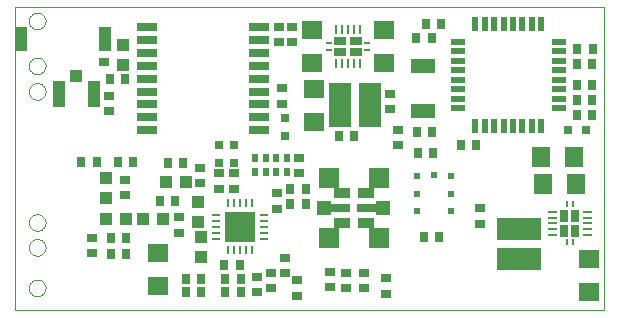
<source format=gtp>
G75*
G70*
%OFA0B0*%
%FSLAX24Y24*%
%IPPOS*%
%LPD*%
%AMOC8*
5,1,8,0,0,1.08239X$1,22.5*
%
%ADD10C,0.0000*%
%ADD11R,0.0354X0.0276*%
%ADD12R,0.0276X0.0354*%
%ADD13R,0.0500X0.0220*%
%ADD14R,0.0220X0.0500*%
%ADD15R,0.0709X0.0315*%
%ADD16R,0.0709X0.0276*%
%ADD17R,0.0394X0.0787*%
%ADD18R,0.0394X0.0433*%
%ADD19R,0.0315X0.0315*%
%ADD20R,0.0413X0.0866*%
%ADD21R,0.0394X0.0413*%
%ADD22C,0.0091*%
%ADD23R,0.0098X0.0226*%
%ADD24R,0.0256X0.0404*%
%ADD25R,0.0270X0.0091*%
%ADD26R,0.1500X0.0760*%
%ADD27R,0.0709X0.0630*%
%ADD28R,0.0630X0.0709*%
%ADD29R,0.0226X0.0098*%
%ADD30R,0.0404X0.0256*%
%ADD31R,0.0091X0.0270*%
%ADD32R,0.0760X0.1500*%
%ADD33R,0.0700X0.0700*%
%ADD34R,0.0450X0.0450*%
%ADD35R,0.0700X0.0280*%
%ADD36R,0.0560X0.0350*%
%ADD37R,0.0787X0.0512*%
%ADD38R,0.0276X0.0098*%
%ADD39R,0.0098X0.0276*%
%ADD40R,0.1024X0.1024*%
%ADD41R,0.0433X0.0394*%
%ADD42R,0.0197X0.0315*%
%ADD43R,0.0197X0.0236*%
%ADD44R,0.0236X0.0197*%
D10*
X000260Y000270D02*
X000260Y010370D01*
X019910Y010370D01*
X019910Y000270D01*
X000260Y000270D01*
X000734Y001020D02*
X000736Y001053D01*
X000742Y001085D01*
X000751Y001116D01*
X000764Y001146D01*
X000781Y001174D01*
X000801Y001200D01*
X000824Y001224D01*
X000849Y001244D01*
X000877Y001262D01*
X000906Y001276D01*
X000937Y001286D01*
X000969Y001293D01*
X001002Y001296D01*
X001035Y001295D01*
X001067Y001290D01*
X001098Y001281D01*
X001129Y001269D01*
X001157Y001253D01*
X001184Y001234D01*
X001208Y001212D01*
X001229Y001187D01*
X001248Y001160D01*
X001263Y001131D01*
X001274Y001101D01*
X001282Y001069D01*
X001286Y001036D01*
X001286Y001004D01*
X001282Y000971D01*
X001274Y000939D01*
X001263Y000909D01*
X001248Y000880D01*
X001229Y000853D01*
X001208Y000828D01*
X001184Y000806D01*
X001157Y000787D01*
X001129Y000771D01*
X001098Y000759D01*
X001067Y000750D01*
X001035Y000745D01*
X001002Y000744D01*
X000969Y000747D01*
X000937Y000754D01*
X000906Y000764D01*
X000877Y000778D01*
X000849Y000796D01*
X000824Y000816D01*
X000801Y000840D01*
X000781Y000866D01*
X000764Y000894D01*
X000751Y000924D01*
X000742Y000955D01*
X000736Y000987D01*
X000734Y001020D01*
X000734Y002370D02*
X000736Y002403D01*
X000742Y002435D01*
X000751Y002466D01*
X000764Y002496D01*
X000781Y002524D01*
X000801Y002550D01*
X000824Y002574D01*
X000849Y002594D01*
X000877Y002612D01*
X000906Y002626D01*
X000937Y002636D01*
X000969Y002643D01*
X001002Y002646D01*
X001035Y002645D01*
X001067Y002640D01*
X001098Y002631D01*
X001129Y002619D01*
X001157Y002603D01*
X001184Y002584D01*
X001208Y002562D01*
X001229Y002537D01*
X001248Y002510D01*
X001263Y002481D01*
X001274Y002451D01*
X001282Y002419D01*
X001286Y002386D01*
X001286Y002354D01*
X001282Y002321D01*
X001274Y002289D01*
X001263Y002259D01*
X001248Y002230D01*
X001229Y002203D01*
X001208Y002178D01*
X001184Y002156D01*
X001157Y002137D01*
X001129Y002121D01*
X001098Y002109D01*
X001067Y002100D01*
X001035Y002095D01*
X001002Y002094D01*
X000969Y002097D01*
X000937Y002104D01*
X000906Y002114D01*
X000877Y002128D01*
X000849Y002146D01*
X000824Y002166D01*
X000801Y002190D01*
X000781Y002216D01*
X000764Y002244D01*
X000751Y002274D01*
X000742Y002305D01*
X000736Y002337D01*
X000734Y002370D01*
X000734Y003200D02*
X000736Y003233D01*
X000742Y003265D01*
X000751Y003296D01*
X000764Y003326D01*
X000781Y003354D01*
X000801Y003380D01*
X000824Y003404D01*
X000849Y003424D01*
X000877Y003442D01*
X000906Y003456D01*
X000937Y003466D01*
X000969Y003473D01*
X001002Y003476D01*
X001035Y003475D01*
X001067Y003470D01*
X001098Y003461D01*
X001129Y003449D01*
X001157Y003433D01*
X001184Y003414D01*
X001208Y003392D01*
X001229Y003367D01*
X001248Y003340D01*
X001263Y003311D01*
X001274Y003281D01*
X001282Y003249D01*
X001286Y003216D01*
X001286Y003184D01*
X001282Y003151D01*
X001274Y003119D01*
X001263Y003089D01*
X001248Y003060D01*
X001229Y003033D01*
X001208Y003008D01*
X001184Y002986D01*
X001157Y002967D01*
X001129Y002951D01*
X001098Y002939D01*
X001067Y002930D01*
X001035Y002925D01*
X001002Y002924D01*
X000969Y002927D01*
X000937Y002934D01*
X000906Y002944D01*
X000877Y002958D01*
X000849Y002976D01*
X000824Y002996D01*
X000801Y003020D01*
X000781Y003046D01*
X000764Y003074D01*
X000751Y003104D01*
X000742Y003135D01*
X000736Y003167D01*
X000734Y003200D01*
X000734Y007570D02*
X000736Y007603D01*
X000742Y007635D01*
X000751Y007666D01*
X000764Y007696D01*
X000781Y007724D01*
X000801Y007750D01*
X000824Y007774D01*
X000849Y007794D01*
X000877Y007812D01*
X000906Y007826D01*
X000937Y007836D01*
X000969Y007843D01*
X001002Y007846D01*
X001035Y007845D01*
X001067Y007840D01*
X001098Y007831D01*
X001129Y007819D01*
X001157Y007803D01*
X001184Y007784D01*
X001208Y007762D01*
X001229Y007737D01*
X001248Y007710D01*
X001263Y007681D01*
X001274Y007651D01*
X001282Y007619D01*
X001286Y007586D01*
X001286Y007554D01*
X001282Y007521D01*
X001274Y007489D01*
X001263Y007459D01*
X001248Y007430D01*
X001229Y007403D01*
X001208Y007378D01*
X001184Y007356D01*
X001157Y007337D01*
X001129Y007321D01*
X001098Y007309D01*
X001067Y007300D01*
X001035Y007295D01*
X001002Y007294D01*
X000969Y007297D01*
X000937Y007304D01*
X000906Y007314D01*
X000877Y007328D01*
X000849Y007346D01*
X000824Y007366D01*
X000801Y007390D01*
X000781Y007416D01*
X000764Y007444D01*
X000751Y007474D01*
X000742Y007505D01*
X000736Y007537D01*
X000734Y007570D01*
X000734Y008420D02*
X000736Y008453D01*
X000742Y008485D01*
X000751Y008516D01*
X000764Y008546D01*
X000781Y008574D01*
X000801Y008600D01*
X000824Y008624D01*
X000849Y008644D01*
X000877Y008662D01*
X000906Y008676D01*
X000937Y008686D01*
X000969Y008693D01*
X001002Y008696D01*
X001035Y008695D01*
X001067Y008690D01*
X001098Y008681D01*
X001129Y008669D01*
X001157Y008653D01*
X001184Y008634D01*
X001208Y008612D01*
X001229Y008587D01*
X001248Y008560D01*
X001263Y008531D01*
X001274Y008501D01*
X001282Y008469D01*
X001286Y008436D01*
X001286Y008404D01*
X001282Y008371D01*
X001274Y008339D01*
X001263Y008309D01*
X001248Y008280D01*
X001229Y008253D01*
X001208Y008228D01*
X001184Y008206D01*
X001157Y008187D01*
X001129Y008171D01*
X001098Y008159D01*
X001067Y008150D01*
X001035Y008145D01*
X001002Y008144D01*
X000969Y008147D01*
X000937Y008154D01*
X000906Y008164D01*
X000877Y008178D01*
X000849Y008196D01*
X000824Y008216D01*
X000801Y008240D01*
X000781Y008266D01*
X000764Y008294D01*
X000751Y008324D01*
X000742Y008355D01*
X000736Y008387D01*
X000734Y008420D01*
X000734Y009920D02*
X000736Y009953D01*
X000742Y009985D01*
X000751Y010016D01*
X000764Y010046D01*
X000781Y010074D01*
X000801Y010100D01*
X000824Y010124D01*
X000849Y010144D01*
X000877Y010162D01*
X000906Y010176D01*
X000937Y010186D01*
X000969Y010193D01*
X001002Y010196D01*
X001035Y010195D01*
X001067Y010190D01*
X001098Y010181D01*
X001129Y010169D01*
X001157Y010153D01*
X001184Y010134D01*
X001208Y010112D01*
X001229Y010087D01*
X001248Y010060D01*
X001263Y010031D01*
X001274Y010001D01*
X001282Y009969D01*
X001286Y009936D01*
X001286Y009904D01*
X001282Y009871D01*
X001274Y009839D01*
X001263Y009809D01*
X001248Y009780D01*
X001229Y009753D01*
X001208Y009728D01*
X001184Y009706D01*
X001157Y009687D01*
X001129Y009671D01*
X001098Y009659D01*
X001067Y009650D01*
X001035Y009645D01*
X001002Y009644D01*
X000969Y009647D01*
X000937Y009654D01*
X000906Y009664D01*
X000877Y009678D01*
X000849Y009696D01*
X000824Y009716D01*
X000801Y009740D01*
X000781Y009766D01*
X000764Y009794D01*
X000751Y009824D01*
X000742Y009855D01*
X000736Y009887D01*
X000734Y009920D01*
D11*
X003245Y009056D03*
X003245Y008544D03*
X003405Y007431D03*
X003405Y006919D03*
X006445Y005031D03*
X007075Y004841D03*
X007575Y004836D03*
X007575Y004324D03*
X007075Y004329D03*
X006445Y004519D03*
X005735Y003371D03*
X005735Y002859D03*
X003925Y004104D03*
X003925Y004616D03*
X002845Y002691D03*
X002845Y002179D03*
X008330Y001381D03*
X008800Y001516D03*
X009255Y001519D03*
X009675Y001271D03*
X009675Y000759D03*
X008800Y001004D03*
X008330Y000869D03*
X009255Y002031D03*
X010775Y001546D03*
X011310Y001526D03*
X011910Y001526D03*
X012650Y001341D03*
X011910Y001014D03*
X011310Y001014D03*
X010775Y001034D03*
X012650Y000829D03*
X015755Y003159D03*
X015755Y003671D03*
X013030Y005779D03*
X013030Y006291D03*
X012760Y006969D03*
X012760Y007481D03*
X009160Y007676D03*
X009160Y007164D03*
X009725Y005361D03*
X009725Y004849D03*
X009005Y004171D03*
X009005Y003659D03*
X009060Y009214D03*
X009510Y009214D03*
X009510Y009726D03*
X009060Y009726D03*
D12*
X013649Y009350D03*
X014161Y009350D03*
X013954Y009830D03*
X014466Y009830D03*
X019009Y008985D03*
X019521Y008985D03*
X019516Y008470D03*
X019004Y008470D03*
X019004Y007800D03*
X019516Y007800D03*
X019511Y007285D03*
X018999Y007285D03*
X018994Y006780D03*
X019506Y006780D03*
X015646Y005800D03*
X015134Y005800D03*
X014211Y005525D03*
X013699Y005525D03*
X013654Y006220D03*
X014166Y006220D03*
X011566Y006070D03*
X011054Y006070D03*
X009961Y004315D03*
X009449Y004315D03*
X009449Y003825D03*
X009961Y003825D03*
X007761Y001795D03*
X007249Y001795D03*
X007279Y001330D03*
X007791Y001330D03*
X007791Y000890D03*
X007279Y000890D03*
X006466Y000890D03*
X005954Y000890D03*
X005954Y001330D03*
X006466Y001330D03*
X003981Y002160D03*
X003469Y002160D03*
X003469Y002700D03*
X003981Y002700D03*
X005104Y003925D03*
X005616Y003925D03*
X005871Y005185D03*
X005359Y005185D03*
X004201Y005215D03*
X003689Y005215D03*
X002986Y005215D03*
X002474Y005215D03*
X003439Y007970D03*
X003951Y007970D03*
X013894Y002720D03*
X014406Y002720D03*
D13*
X015020Y007018D03*
X015020Y007333D03*
X015020Y007648D03*
X015020Y007963D03*
X015020Y008277D03*
X015020Y008592D03*
X015020Y008907D03*
X015020Y009222D03*
X018400Y009222D03*
X018400Y008907D03*
X018400Y008592D03*
X018400Y008277D03*
X018400Y007963D03*
X018400Y007648D03*
X018400Y007333D03*
X018400Y007018D03*
D14*
X017812Y006430D03*
X017497Y006430D03*
X017182Y006430D03*
X016867Y006430D03*
X016553Y006430D03*
X016238Y006430D03*
X015923Y006430D03*
X015608Y006430D03*
X015608Y009810D03*
X015923Y009810D03*
X016238Y009810D03*
X016553Y009810D03*
X016867Y009810D03*
X017182Y009810D03*
X017497Y009810D03*
X017812Y009810D03*
D15*
X008409Y009300D03*
X008409Y008866D03*
X008409Y008433D03*
X008409Y008000D03*
X008409Y007567D03*
X008409Y007134D03*
X008409Y006701D03*
X004669Y006701D03*
X004669Y007134D03*
X004669Y007567D03*
X004669Y008000D03*
X004669Y008433D03*
X004669Y008866D03*
X004669Y009300D03*
D16*
X004669Y009713D03*
X008409Y009713D03*
X008409Y006288D03*
X004669Y006288D03*
D17*
X003260Y009320D03*
X000465Y009320D03*
D18*
X003860Y009105D03*
X003860Y008435D03*
X003310Y004690D03*
X003310Y004020D03*
X006365Y003895D03*
X006365Y003225D03*
X006455Y002710D03*
X006455Y002040D03*
D19*
X007075Y005195D03*
X007575Y005200D03*
X007575Y005790D03*
X007075Y005785D03*
X009265Y006080D03*
X009265Y006670D03*
X018715Y006270D03*
X019305Y006270D03*
D20*
X002891Y007490D03*
X001729Y007490D03*
D21*
X002310Y008091D03*
D22*
X010966Y008611D03*
X011163Y008611D03*
X011360Y008611D03*
X011557Y008611D03*
X011754Y008611D03*
X011754Y009529D03*
X011557Y009529D03*
X011360Y009529D03*
X011163Y009529D03*
X010966Y009529D03*
X018301Y003564D03*
X018301Y003367D03*
X018301Y003170D03*
X018301Y002973D03*
X018301Y002776D03*
X019219Y002776D03*
X019219Y002973D03*
X019219Y003170D03*
X019219Y003367D03*
X019219Y003564D03*
D23*
X018868Y003805D03*
X018652Y003805D03*
X018652Y002535D03*
X018868Y002535D03*
D24*
X018947Y002909D03*
X018573Y002909D03*
X018573Y003431D03*
X018947Y003431D03*
D25*
X019354Y003367D03*
X019354Y003564D03*
X019354Y003170D03*
X019354Y002973D03*
X019354Y002776D03*
X018166Y002776D03*
X018166Y002973D03*
X018166Y003170D03*
X018166Y003367D03*
X018166Y003564D03*
D26*
X017060Y002970D03*
X017060Y001970D03*
D27*
X019410Y001971D03*
X019410Y000869D03*
X010225Y006534D03*
X010225Y007636D03*
X010160Y008519D03*
X010160Y009621D03*
X012560Y009621D03*
X012560Y008519D03*
X005045Y002176D03*
X005045Y001074D03*
D28*
X017809Y005370D03*
X018911Y005370D03*
X018961Y004470D03*
X017859Y004470D03*
D29*
X011995Y008962D03*
X011995Y009178D03*
X010725Y009178D03*
X010725Y008962D03*
D30*
X011099Y008883D03*
X011099Y009257D03*
X011621Y009257D03*
X011621Y008883D03*
D31*
X011557Y008476D03*
X011754Y008476D03*
X011360Y008476D03*
X011163Y008476D03*
X010966Y008476D03*
X010966Y009664D03*
X011163Y009664D03*
X011360Y009664D03*
X011557Y009664D03*
X011754Y009664D03*
D32*
X012110Y007120D03*
X011110Y007120D03*
D33*
X010733Y004670D03*
X012387Y004670D03*
X012387Y002670D03*
X010733Y002670D03*
D34*
X010583Y003670D03*
X012537Y003670D03*
D35*
X012010Y003670D03*
X011110Y003670D03*
D36*
X011160Y004170D03*
X011960Y004170D03*
X011960Y003170D03*
X011160Y003170D03*
D37*
X013881Y006931D03*
X013881Y008427D03*
D38*
X008557Y003449D03*
X008557Y003252D03*
X008557Y003055D03*
X008557Y002858D03*
X008557Y002661D03*
X006983Y002661D03*
X006983Y002858D03*
X006983Y003055D03*
X006983Y003252D03*
X006983Y003449D03*
D39*
X007376Y003842D03*
X007573Y003842D03*
X007770Y003842D03*
X007967Y003842D03*
X008164Y003842D03*
X008164Y002268D03*
X007967Y002268D03*
X007770Y002268D03*
X007573Y002268D03*
X007376Y002268D03*
D40*
X007770Y003055D03*
D41*
X005190Y003315D03*
X004520Y003315D03*
X003985Y003310D03*
X003315Y003310D03*
X005290Y004565D03*
X005960Y004565D03*
D42*
X008269Y004884D03*
X008623Y004884D03*
X008977Y004884D03*
X009331Y004884D03*
X009331Y005356D03*
X008977Y005356D03*
X008623Y005356D03*
X008269Y005356D03*
D43*
X013674Y004751D03*
X013674Y004160D03*
X013674Y003569D03*
X014816Y003569D03*
X014816Y004160D03*
X014816Y004751D03*
D44*
X014245Y004770D03*
M02*

</source>
